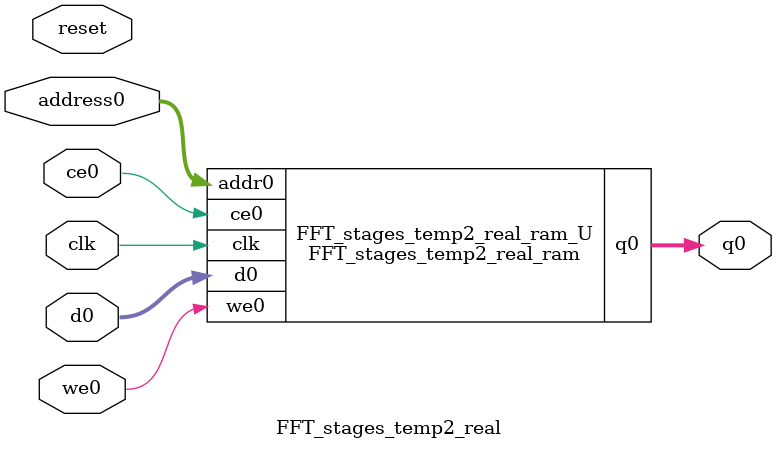
<source format=v>
`timescale 1 ns / 1 ps
module FFT_stages_temp2_real_ram (addr0, ce0, d0, we0, q0,  clk);

parameter DWIDTH = 32;
parameter AWIDTH = 3;
parameter MEM_SIZE = 8;

input[AWIDTH-1:0] addr0;
input ce0;
input[DWIDTH-1:0] d0;
input we0;
output reg[DWIDTH-1:0] q0;
input clk;

(* ram_style = "distributed" *)reg [DWIDTH-1:0] ram[0:MEM_SIZE-1];




always @(posedge clk)  
begin 
    if (ce0) 
    begin
        if (we0) 
        begin 
            ram[addr0] <= d0; 
        end 
        q0 <= ram[addr0];
    end
end


endmodule

`timescale 1 ns / 1 ps
module FFT_stages_temp2_real(
    reset,
    clk,
    address0,
    ce0,
    we0,
    d0,
    q0);

parameter DataWidth = 32'd32;
parameter AddressRange = 32'd8;
parameter AddressWidth = 32'd3;
input reset;
input clk;
input[AddressWidth - 1:0] address0;
input ce0;
input we0;
input[DataWidth - 1:0] d0;
output[DataWidth - 1:0] q0;



FFT_stages_temp2_real_ram FFT_stages_temp2_real_ram_U(
    .clk( clk ),
    .addr0( address0 ),
    .ce0( ce0 ),
    .we0( we0 ),
    .d0( d0 ),
    .q0( q0 ));

endmodule


</source>
